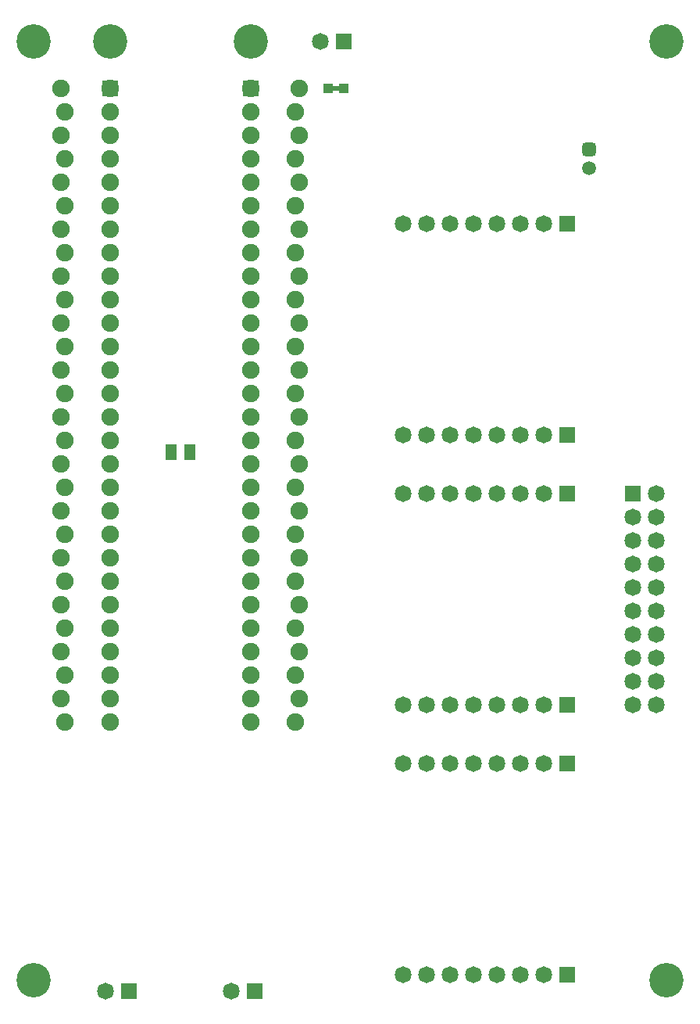
<source format=gbs>
G04*
G04 #@! TF.GenerationSoftware,Altium Limited,Altium Designer,20.2.8 (258)*
G04*
G04 Layer_Color=16711935*
%FSLAX43Y43*%
%MOMM*%
G71*
G04*
G04 #@! TF.SameCoordinates,2C7AC1C0-F562-43BB-A571-7E62E4670D11*
G04*
G04*
G04 #@! TF.FilePolarity,Negative*
G04*
G01*
G75*
%ADD44R,0.900X0.510*%
%ADD56R,1.120X1.070*%
%ADD70C,1.898*%
%ADD71C,3.720*%
%ADD72C,1.820*%
%ADD73R,1.820X1.820*%
%ADD74R,1.820X1.820*%
%ADD75C,1.520*%
G04:AMPARAMS|DCode=76|XSize=1.52mm|YSize=1.52mm|CornerRadius=0.41mm|HoleSize=0mm|Usage=FLASHONLY|Rotation=270.000|XOffset=0mm|YOffset=0mm|HoleType=Round|Shape=RoundedRectangle|*
%AMROUNDEDRECTD76*
21,1,1.520,0.700,0,0,270.0*
21,1,0.700,1.520,0,0,270.0*
1,1,0.820,-0.350,-0.350*
1,1,0.820,-0.350,0.350*
1,1,0.820,0.350,0.350*
1,1,0.820,0.350,-0.350*
%
%ADD76ROUNDEDRECTD76*%
%ADD104R,1.212X1.720*%
D44*
X35900Y99690D02*
D03*
D56*
X35050Y99695D02*
D03*
X36750D02*
D03*
D70*
X6147Y43815D02*
D03*
X31547Y61595D02*
D03*
X31953Y64135D02*
D03*
X31547Y66675D02*
D03*
X31953Y69215D02*
D03*
X31547Y71755D02*
D03*
X31953Y74295D02*
D03*
X31547Y76835D02*
D03*
X31953Y79375D02*
D03*
X31547Y81915D02*
D03*
X31953Y84455D02*
D03*
X31547Y86995D02*
D03*
X31953Y89535D02*
D03*
X31547Y92075D02*
D03*
X31953Y94615D02*
D03*
Y59055D02*
D03*
X31547Y56515D02*
D03*
X31953Y53975D02*
D03*
X31547Y51435D02*
D03*
X31953Y48895D02*
D03*
X31547Y46355D02*
D03*
X31953Y43815D02*
D03*
X31547Y41275D02*
D03*
X31953Y38735D02*
D03*
X31547Y36195D02*
D03*
X31953Y33655D02*
D03*
X31547Y31115D02*
D03*
X31953Y99695D02*
D03*
X31547Y97155D02*
D03*
X6553D02*
D03*
X6147Y94615D02*
D03*
X6553Y92075D02*
D03*
X6147Y89535D02*
D03*
X6553Y86995D02*
D03*
X6147Y84455D02*
D03*
X6553Y81915D02*
D03*
X6147Y79375D02*
D03*
X6553Y76835D02*
D03*
X6147Y74295D02*
D03*
X6553Y71755D02*
D03*
X6147Y69215D02*
D03*
X6553Y66675D02*
D03*
X6147Y64135D02*
D03*
X6553Y61595D02*
D03*
X6147Y59055D02*
D03*
X6553Y56515D02*
D03*
X6147Y33655D02*
D03*
X6553Y36195D02*
D03*
X6147Y38735D02*
D03*
X6553Y41275D02*
D03*
Y46355D02*
D03*
X6147Y48895D02*
D03*
X6553Y51435D02*
D03*
X6147Y53975D02*
D03*
X6553Y31115D02*
D03*
X6147Y99695D02*
D03*
X26670Y97155D02*
D03*
Y99695D02*
D03*
X11430Y31115D02*
D03*
X26670D02*
D03*
Y33655D02*
D03*
Y36195D02*
D03*
Y38735D02*
D03*
Y41275D02*
D03*
Y43815D02*
D03*
Y46355D02*
D03*
Y48895D02*
D03*
X11430Y53975D02*
D03*
Y51435D02*
D03*
Y48895D02*
D03*
Y46355D02*
D03*
Y43815D02*
D03*
Y41275D02*
D03*
Y38735D02*
D03*
Y36195D02*
D03*
Y33655D02*
D03*
X26670Y51435D02*
D03*
Y53975D02*
D03*
Y56515D02*
D03*
Y59055D02*
D03*
X11430Y56515D02*
D03*
Y59055D02*
D03*
Y61595D02*
D03*
Y64135D02*
D03*
Y99695D02*
D03*
X26670Y94615D02*
D03*
Y92075D02*
D03*
Y89535D02*
D03*
Y86995D02*
D03*
Y84455D02*
D03*
Y81915D02*
D03*
Y79375D02*
D03*
Y76835D02*
D03*
Y74295D02*
D03*
Y71755D02*
D03*
Y69215D02*
D03*
Y66675D02*
D03*
Y64135D02*
D03*
Y61595D02*
D03*
X11430Y66675D02*
D03*
Y69215D02*
D03*
Y71755D02*
D03*
Y74295D02*
D03*
Y76835D02*
D03*
Y79375D02*
D03*
Y81915D02*
D03*
Y84455D02*
D03*
Y86995D02*
D03*
Y89535D02*
D03*
Y92075D02*
D03*
Y94615D02*
D03*
Y97155D02*
D03*
D71*
Y104775D02*
D03*
X26670D02*
D03*
X3175D02*
D03*
X71755Y104775D02*
D03*
X3175Y3175D02*
D03*
X71755Y3175D02*
D03*
D72*
X26670Y33655D02*
D03*
Y31115D02*
D03*
Y36195D02*
D03*
Y46355D02*
D03*
Y43815D02*
D03*
Y38735D02*
D03*
Y41275D02*
D03*
Y56515D02*
D03*
Y53975D02*
D03*
Y48895D02*
D03*
Y51435D02*
D03*
Y66675D02*
D03*
Y64135D02*
D03*
Y59055D02*
D03*
Y61595D02*
D03*
Y76835D02*
D03*
Y74295D02*
D03*
Y69215D02*
D03*
Y71755D02*
D03*
Y86995D02*
D03*
Y84455D02*
D03*
Y79375D02*
D03*
Y81915D02*
D03*
Y92075D02*
D03*
Y89535D02*
D03*
Y94615D02*
D03*
Y97155D02*
D03*
X11430Y33655D02*
D03*
Y31115D02*
D03*
Y36195D02*
D03*
Y46355D02*
D03*
Y43815D02*
D03*
Y38735D02*
D03*
Y41275D02*
D03*
Y56515D02*
D03*
Y53975D02*
D03*
Y48895D02*
D03*
Y51435D02*
D03*
Y66675D02*
D03*
Y64135D02*
D03*
Y59055D02*
D03*
Y61595D02*
D03*
Y76835D02*
D03*
Y74295D02*
D03*
Y69215D02*
D03*
Y71755D02*
D03*
Y86995D02*
D03*
Y84455D02*
D03*
Y79375D02*
D03*
Y81915D02*
D03*
Y92075D02*
D03*
Y89535D02*
D03*
Y94615D02*
D03*
Y97155D02*
D03*
X24600Y2025D02*
D03*
X43180Y55880D02*
D03*
X45720D02*
D03*
X48260D02*
D03*
X50800D02*
D03*
X58420D02*
D03*
X53340D02*
D03*
X55880D02*
D03*
X68072Y35560D02*
D03*
Y43180D02*
D03*
Y38100D02*
D03*
Y40640D02*
D03*
X70612Y33020D02*
D03*
X68072D02*
D03*
Y45720D02*
D03*
Y48260D02*
D03*
Y50800D02*
D03*
Y53340D02*
D03*
X70612Y55880D02*
D03*
Y35560D02*
D03*
Y38100D02*
D03*
Y40640D02*
D03*
Y43180D02*
D03*
Y45720D02*
D03*
Y48260D02*
D03*
Y50800D02*
D03*
Y53340D02*
D03*
X10900Y2000D02*
D03*
X43180Y85090D02*
D03*
X45720D02*
D03*
X48260D02*
D03*
X50800D02*
D03*
X58420D02*
D03*
X53340D02*
D03*
X55880D02*
D03*
X43180Y3810D02*
D03*
X45720D02*
D03*
X48260D02*
D03*
X50800D02*
D03*
X58420D02*
D03*
X53340D02*
D03*
X55880D02*
D03*
X43180Y62230D02*
D03*
X45720D02*
D03*
X48260D02*
D03*
X50800D02*
D03*
X58420D02*
D03*
X53340D02*
D03*
X55880D02*
D03*
X43180Y26670D02*
D03*
X45720D02*
D03*
X48260D02*
D03*
X50800D02*
D03*
X58420D02*
D03*
X53340D02*
D03*
X55880D02*
D03*
X43180Y33020D02*
D03*
X45720D02*
D03*
X48260D02*
D03*
X50800D02*
D03*
X58420D02*
D03*
X53340D02*
D03*
X55880D02*
D03*
X34255Y104775D02*
D03*
D73*
X26670Y99695D02*
D03*
X11430D02*
D03*
X68072Y55880D02*
D03*
D74*
X27140Y2025D02*
D03*
X60960Y55880D02*
D03*
X13440Y2000D02*
D03*
X60960Y85090D02*
D03*
Y3810D02*
D03*
Y62230D02*
D03*
Y26670D02*
D03*
Y33020D02*
D03*
X36795Y104775D02*
D03*
D75*
X63373Y91075D02*
D03*
D76*
Y93075D02*
D03*
D104*
X18034Y60325D02*
D03*
X20066D02*
D03*
M02*

</source>
